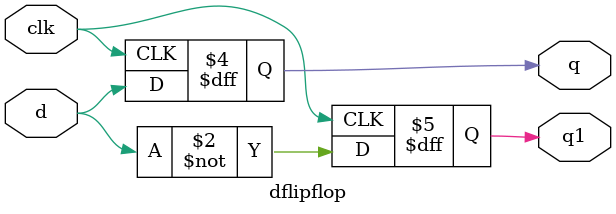
<source format=v>
module dflipflop(q,q1,d,clk);
output q,q1;
 input d,clk;
 reg q,q1;
	initial 
	   begin
		   q=1'b0; q1=1'b1;
	  end
	always @ (posedge clk)
	   begin 
		 q=d;
		 q1= ~d;
	   end
endmodule
</source>
